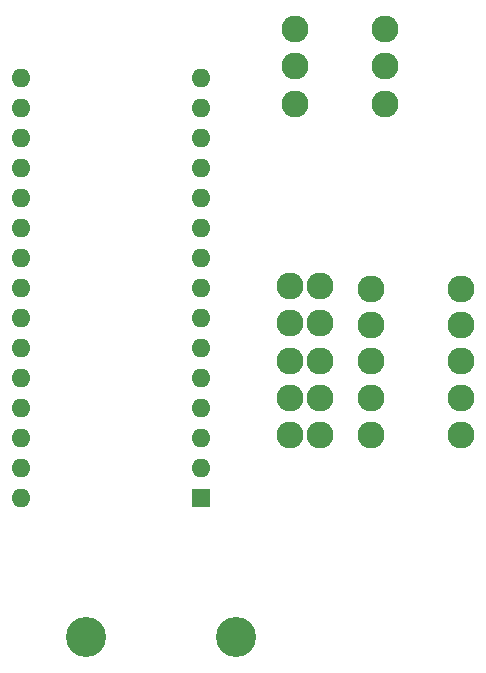
<source format=gbr>
%TF.GenerationSoftware,KiCad,Pcbnew,7.0.2-0*%
%TF.CreationDate,2024-09-16T13:04:04-04:00*%
%TF.ProjectId,ArduinoSolderChallenge,41726475-696e-46f5-936f-6c6465724368,rev?*%
%TF.SameCoordinates,Original*%
%TF.FileFunction,Soldermask,Bot*%
%TF.FilePolarity,Negative*%
%FSLAX46Y46*%
G04 Gerber Fmt 4.6, Leading zero omitted, Abs format (unit mm)*
G04 Created by KiCad (PCBNEW 7.0.2-0) date 2024-09-16 13:04:04*
%MOMM*%
%LPD*%
G01*
G04 APERTURE LIST*
%ADD10R,1.600000X1.600000*%
%ADD11O,1.600000X1.600000*%
%ADD12C,2.286000*%
%ADD13C,3.400000*%
G04 APERTURE END LIST*
D10*
%TO.C,A1*%
X59300000Y-61990000D03*
D11*
X59300000Y-59450000D03*
X59300000Y-56910000D03*
X59300000Y-54370000D03*
X59300000Y-51830000D03*
X59300000Y-49290000D03*
X59300000Y-46750000D03*
X59300000Y-44210000D03*
X59300000Y-41670000D03*
X59300000Y-39130000D03*
X59300000Y-36590000D03*
X59300000Y-34050000D03*
X59300000Y-31510000D03*
X59300000Y-28970000D03*
X59300000Y-26430000D03*
X44060000Y-26430000D03*
X44060000Y-28970000D03*
X44060000Y-31510000D03*
X44060000Y-34050000D03*
X44060000Y-36590000D03*
X44060000Y-39130000D03*
X44060000Y-41670000D03*
X44060000Y-44210000D03*
X44060000Y-46750000D03*
X44060000Y-49290000D03*
X44060000Y-51830000D03*
X44060000Y-54370000D03*
X44060000Y-56910000D03*
X44060000Y-59450000D03*
X44060000Y-61990000D03*
%TD*%
D12*
%TO.C,D5*%
X69340000Y-44060000D03*
X66800000Y-44060000D03*
%TD*%
%TO.C,D1*%
X69340000Y-56660000D03*
X66800000Y-56660000D03*
%TD*%
%TO.C,R1*%
X81340000Y-56660000D03*
X73720000Y-56660000D03*
%TD*%
%TO.C,R5*%
X81340000Y-44260000D03*
X73720000Y-44260000D03*
%TD*%
%TO.C,R12*%
X67260000Y-22300000D03*
X74880000Y-22300000D03*
%TD*%
%TO.C,R3*%
X81340000Y-50360000D03*
X73720000Y-50360000D03*
%TD*%
D13*
%TO.C,BT1*%
X62250000Y-73750000D03*
X49550000Y-73750000D03*
%TD*%
D12*
%TO.C,R10*%
X67260000Y-28600000D03*
X74880000Y-28600000D03*
%TD*%
%TO.C,D3*%
X69340000Y-50360000D03*
X66800000Y-50360000D03*
%TD*%
%TO.C,R2*%
X81340000Y-53510000D03*
X73720000Y-53510000D03*
%TD*%
%TO.C,D4*%
X69340000Y-47210000D03*
X66800000Y-47210000D03*
%TD*%
%TO.C,R4*%
X81340000Y-47310000D03*
X73720000Y-47310000D03*
%TD*%
%TO.C,R11*%
X74860000Y-25450000D03*
X67240000Y-25450000D03*
%TD*%
%TO.C,D2*%
X69340000Y-53510000D03*
X66800000Y-53510000D03*
%TD*%
M02*

</source>
